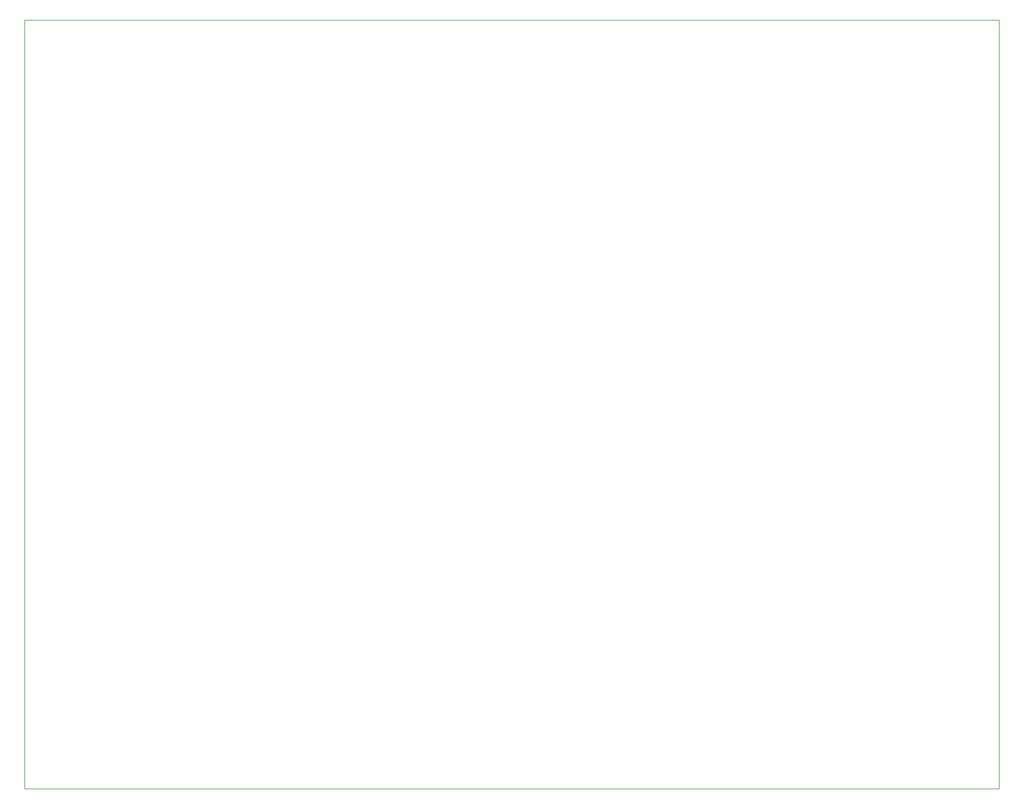
<source format=gbr>
%TF.GenerationSoftware,KiCad,Pcbnew,7.0.10*%
%TF.CreationDate,2024-02-29T23:41:44-05:00*%
%TF.ProjectId,blue-bike-air-pollution-monitor,626c7565-2d62-4696-9b65-2d6169722d70,rev?*%
%TF.SameCoordinates,Original*%
%TF.FileFunction,Profile,NP*%
%FSLAX46Y46*%
G04 Gerber Fmt 4.6, Leading zero omitted, Abs format (unit mm)*
G04 Created by KiCad (PCBNEW 7.0.10) date 2024-02-29 23:41:44*
%MOMM*%
%LPD*%
G01*
G04 APERTURE LIST*
%TA.AperFunction,Profile*%
%ADD10C,0.100000*%
%TD*%
G04 APERTURE END LIST*
D10*
X50800000Y-50800000D02*
X195580000Y-50800000D01*
X195580000Y-165100000D01*
X50800000Y-165100000D01*
X50800000Y-50800000D01*
M02*

</source>
